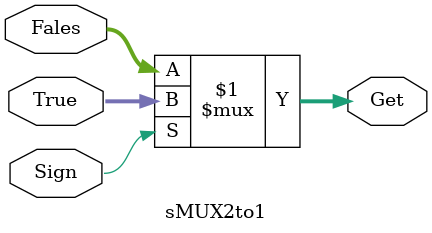
<source format=v>
module sMUX2to1(
    input [4:0] True,      // 输入 True，当选择信号为 1 时输出该值
    input [4:0] Fales,     // 输入 Fales，当选择信号为 0 时输出该值
    input Sign,            // 选择信号，当 Sign 为 1 时选择 True，否则选择 Fales
    output wire [4:0] Get  // 输出选择的 5 位数据
);

assign Get = Sign ? True : Fales;  // 使用条件操作符根据 Sign 值选择输出 True 或 Fales

endmodule

</source>
